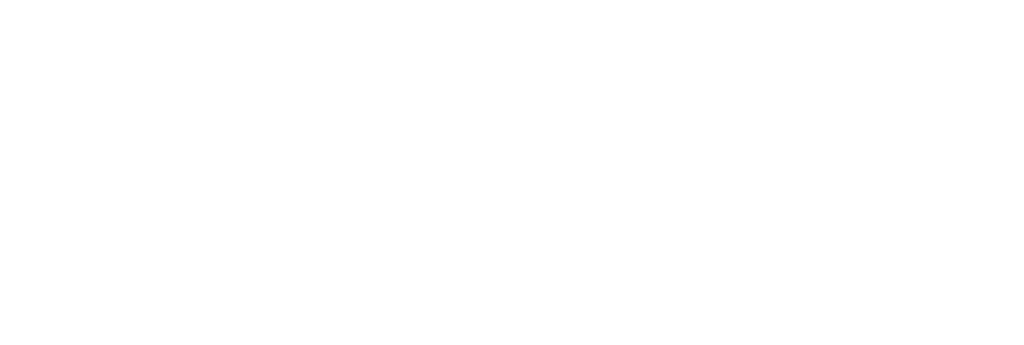
<source format=kicad_pcb>
(kicad_pcb (version 20171130) (host pcbnew "(5.1.8)-1")

  (general
    (thickness 1.6)
    (drawings 37)
    (tracks 0)
    (zones 0)
    (modules 14)
    (nets 1)
  )

  (page A4)
  (layers
    (0 F.Cu signal)
    (31 B.Cu signal)
    (32 B.Adhes user)
    (33 F.Adhes user)
    (34 B.Paste user)
    (35 F.Paste user)
    (36 B.SilkS user)
    (37 F.SilkS user)
    (38 B.Mask user)
    (39 F.Mask user)
    (40 Dwgs.User user)
    (41 Cmts.User user)
    (42 Eco1.User user)
    (43 Eco2.User user)
    (44 Edge.Cuts user)
    (45 Margin user)
    (46 B.CrtYd user)
    (47 F.CrtYd user)
    (48 B.Fab user)
    (49 F.Fab user)
  )

  (setup
    (last_trace_width 0.25)
    (user_trace_width 0.254)
    (user_trace_width 0.508)
    (user_trace_width 0.762)
    (user_trace_width 1.27)
    (user_trace_width 2.54)
    (trace_clearance 0.2)
    (zone_clearance 0.508)
    (zone_45_only no)
    (trace_min 0.2)
    (via_size 0.8)
    (via_drill 0.4)
    (via_min_size 0.4)
    (via_min_drill 0.3)
    (user_via 0.762 0.381)
    (user_via 1.016 0.508)
    (user_via 1.524 0.762)
    (user_via 3.048 1.27)
    (uvia_size 0.3)
    (uvia_drill 0.1)
    (uvias_allowed no)
    (uvia_min_size 0.2)
    (uvia_min_drill 0.1)
    (edge_width 0.05)
    (segment_width 0.2)
    (pcb_text_width 0.3)
    (pcb_text_size 1.5 1.5)
    (mod_edge_width 0.12)
    (mod_text_size 1 1)
    (mod_text_width 0.15)
    (pad_size 1.7 1.7)
    (pad_drill 1)
    (pad_to_mask_clearance 0)
    (aux_axis_origin 0 0)
    (visible_elements 7FFFFFFF)
    (pcbplotparams
      (layerselection 0x010fc_ffffffff)
      (usegerberextensions false)
      (usegerberattributes true)
      (usegerberadvancedattributes true)
      (creategerberjobfile true)
      (excludeedgelayer true)
      (linewidth 0.100000)
      (plotframeref false)
      (viasonmask false)
      (mode 1)
      (useauxorigin false)
      (hpglpennumber 1)
      (hpglpenspeed 20)
      (hpglpendiameter 15.000000)
      (psnegative false)
      (psa4output false)
      (plotreference true)
      (plotvalue true)
      (plotinvisibletext false)
      (padsonsilk false)
      (subtractmaskfromsilk false)
      (outputformat 1)
      (mirror false)
      (drillshape 1)
      (scaleselection 1)
      (outputdirectory ""))
  )

  (net 0 "")

  (net_class Default "This is the default net class."
    (clearance 0.2)
    (trace_width 0.25)
    (via_dia 0.8)
    (via_drill 0.4)
    (uvia_dia 0.3)
    (uvia_drill 0.1)
  )

  (module Modules:SINGLE_SIDED_TAB (layer F.Cu) (tedit 5FE7345B) (tstamp 601B6355)
    (at 199.771 76.327 180)
    (fp_text reference REF** (at 0 0) (layer F.SilkS) hide
      (effects (font (size 1 1) (thickness 0.15)))
    )
    (fp_text value SINGLE_SIDED_TAB (at 0 0) (layer F.Fab) hide
      (effects (font (size 1 1) (thickness 0.15)))
    )
    (fp_line (start 2.25 0) (end 4 0) (layer Cmts.User) (width 2))
    (fp_line (start -2.25 0) (end -4 0) (layer Cmts.User) (width 2))
    (pad "" np_thru_hole circle (at 0 -1.05 180) (size 0.5 0.5) (drill 0.5) (layers *.Cu *.Mask)
      (clearance 1.25))
    (pad "" np_thru_hole circle (at 1 -1.05 180) (size 0.5 0.5) (drill 0.5) (layers *.Cu *.Mask)
      (clearance 1.25))
    (pad "" np_thru_hole circle (at -1 -1.05 180) (size 0.5 0.5) (drill 0.5) (layers *.Cu *.Mask)
      (clearance 1.25))
    (pad "" np_thru_hole circle (at 2 -1.05 180) (size 0.5 0.5) (drill 0.5) (layers *.Cu *.Mask)
      (clearance 1.25))
    (pad "" np_thru_hole circle (at -2 -1.05 180) (size 0.5 0.5) (drill 0.5) (layers *.Cu *.Mask)
      (clearance 1.25))
  )

  (module Modules:SINGLE_SIDED_TAB (layer F.Cu) (tedit 5FE7345B) (tstamp 601B6355)
    (at 188.849 87.0966 270)
    (fp_text reference REF** (at 0 0 90) (layer F.SilkS) hide
      (effects (font (size 1 1) (thickness 0.15)))
    )
    (fp_text value SINGLE_SIDED_TAB (at 0 0 90) (layer F.Fab) hide
      (effects (font (size 1 1) (thickness 0.15)))
    )
    (fp_line (start 2.25 0) (end 4 0) (layer Cmts.User) (width 2))
    (fp_line (start -2.25 0) (end -4 0) (layer Cmts.User) (width 2))
    (pad "" np_thru_hole circle (at 0 -1.05 270) (size 0.5 0.5) (drill 0.5) (layers *.Cu *.Mask)
      (clearance 1.25))
    (pad "" np_thru_hole circle (at 1 -1.05 270) (size 0.5 0.5) (drill 0.5) (layers *.Cu *.Mask)
      (clearance 1.25))
    (pad "" np_thru_hole circle (at -1 -1.05 270) (size 0.5 0.5) (drill 0.5) (layers *.Cu *.Mask)
      (clearance 1.25))
    (pad "" np_thru_hole circle (at 2 -1.05 270) (size 0.5 0.5) (drill 0.5) (layers *.Cu *.Mask)
      (clearance 1.25))
    (pad "" np_thru_hole circle (at -2 -1.05 270) (size 0.5 0.5) (drill 0.5) (layers *.Cu *.Mask)
      (clearance 1.25))
  )

  (module Modules:SINGLE_SIDED_TAB (layer F.Cu) (tedit 5FE7345B) (tstamp 601B6355)
    (at 210.5406 87.1474 90)
    (fp_text reference REF** (at 0 0 90) (layer F.SilkS) hide
      (effects (font (size 1 1) (thickness 0.15)))
    )
    (fp_text value SINGLE_SIDED_TAB (at 0 0 90) (layer F.Fab) hide
      (effects (font (size 1 1) (thickness 0.15)))
    )
    (fp_line (start 2.25 0) (end 4 0) (layer Cmts.User) (width 2))
    (fp_line (start -2.25 0) (end -4 0) (layer Cmts.User) (width 2))
    (pad "" np_thru_hole circle (at 0 -1.05 90) (size 0.5 0.5) (drill 0.5) (layers *.Cu *.Mask)
      (clearance 1.25))
    (pad "" np_thru_hole circle (at 1 -1.05 90) (size 0.5 0.5) (drill 0.5) (layers *.Cu *.Mask)
      (clearance 1.25))
    (pad "" np_thru_hole circle (at -1 -1.05 90) (size 0.5 0.5) (drill 0.5) (layers *.Cu *.Mask)
      (clearance 1.25))
    (pad "" np_thru_hole circle (at 2 -1.05 90) (size 0.5 0.5) (drill 0.5) (layers *.Cu *.Mask)
      (clearance 1.25))
    (pad "" np_thru_hole circle (at -2 -1.05 90) (size 0.5 0.5) (drill 0.5) (layers *.Cu *.Mask)
      (clearance 1.25))
  )

  (module Modules:SINGLE_SIDED_TAB (layer F.Cu) (tedit 5FE7345B) (tstamp 601B6355)
    (at 200.2282 99.441)
    (fp_text reference REF** (at 0 0) (layer F.SilkS) hide
      (effects (font (size 1 1) (thickness 0.15)))
    )
    (fp_text value SINGLE_SIDED_TAB (at 0 0) (layer F.Fab) hide
      (effects (font (size 1 1) (thickness 0.15)))
    )
    (fp_line (start 2.25 0) (end 4 0) (layer Cmts.User) (width 2))
    (fp_line (start -2.25 0) (end -4 0) (layer Cmts.User) (width 2))
    (pad "" np_thru_hole circle (at 0 -1.05) (size 0.5 0.5) (drill 0.5) (layers *.Cu *.Mask)
      (clearance 1.25))
    (pad "" np_thru_hole circle (at 1 -1.05) (size 0.5 0.5) (drill 0.5) (layers *.Cu *.Mask)
      (clearance 1.25))
    (pad "" np_thru_hole circle (at -1 -1.05) (size 0.5 0.5) (drill 0.5) (layers *.Cu *.Mask)
      (clearance 1.25))
    (pad "" np_thru_hole circle (at 2 -1.05) (size 0.5 0.5) (drill 0.5) (layers *.Cu *.Mask)
      (clearance 1.25))
    (pad "" np_thru_hole circle (at -2 -1.05) (size 0.5 0.5) (drill 0.5) (layers *.Cu *.Mask)
      (clearance 1.25))
  )

  (module Modules:SINGLE_SIDED_TAB (layer F.Cu) (tedit 5FE7345B) (tstamp 601B61BB)
    (at 105.6513 84.8487 270)
    (fp_text reference REF** (at 0 0 90) (layer F.SilkS) hide
      (effects (font (size 1 1) (thickness 0.15)))
    )
    (fp_text value SINGLE_SIDED_TAB (at 0 0 90) (layer F.Fab) hide
      (effects (font (size 1 1) (thickness 0.15)))
    )
    (fp_line (start 2.25 0) (end 4 0) (layer Cmts.User) (width 2))
    (fp_line (start -2.25 0) (end -4 0) (layer Cmts.User) (width 2))
    (pad "" np_thru_hole circle (at 0 -1.05 270) (size 0.5 0.5) (drill 0.5) (layers *.Cu *.Mask)
      (clearance 1.25))
    (pad "" np_thru_hole circle (at 1 -1.05 270) (size 0.5 0.5) (drill 0.5) (layers *.Cu *.Mask)
      (clearance 1.25))
    (pad "" np_thru_hole circle (at -1 -1.05 270) (size 0.5 0.5) (drill 0.5) (layers *.Cu *.Mask)
      (clearance 1.25))
    (pad "" np_thru_hole circle (at 2 -1.05 270) (size 0.5 0.5) (drill 0.5) (layers *.Cu *.Mask)
      (clearance 1.25))
    (pad "" np_thru_hole circle (at -2 -1.05 270) (size 0.5 0.5) (drill 0.5) (layers *.Cu *.Mask)
      (clearance 1.25))
  )

  (module Modules:SINGLE_SIDED_TAB (layer F.Cu) (tedit 5FE7345B) (tstamp 601B61BB)
    (at 89.7763 69.6849)
    (fp_text reference REF** (at 0 0) (layer F.SilkS) hide
      (effects (font (size 1 1) (thickness 0.15)))
    )
    (fp_text value SINGLE_SIDED_TAB (at 0 0) (layer F.Fab) hide
      (effects (font (size 1 1) (thickness 0.15)))
    )
    (fp_line (start 2.25 0) (end 4 0) (layer Cmts.User) (width 2))
    (fp_line (start -2.25 0) (end -4 0) (layer Cmts.User) (width 2))
    (pad "" np_thru_hole circle (at 0 -1.05) (size 0.5 0.5) (drill 0.5) (layers *.Cu *.Mask)
      (clearance 1.25))
    (pad "" np_thru_hole circle (at 1 -1.05) (size 0.5 0.5) (drill 0.5) (layers *.Cu *.Mask)
      (clearance 1.25))
    (pad "" np_thru_hole circle (at -1 -1.05) (size 0.5 0.5) (drill 0.5) (layers *.Cu *.Mask)
      (clearance 1.25))
    (pad "" np_thru_hole circle (at 2 -1.05) (size 0.5 0.5) (drill 0.5) (layers *.Cu *.Mask)
      (clearance 1.25))
    (pad "" np_thru_hole circle (at -2 -1.05) (size 0.5 0.5) (drill 0.5) (layers *.Cu *.Mask)
      (clearance 1.25))
  )

  (module Modules:SINGLE_SIDED_TAB (layer F.Cu) (tedit 5FE7345B) (tstamp 601B61BB)
    (at 114.7445 72.9107 180)
    (fp_text reference REF** (at 0 0) (layer F.SilkS) hide
      (effects (font (size 1 1) (thickness 0.15)))
    )
    (fp_text value SINGLE_SIDED_TAB (at 0 0) (layer F.Fab) hide
      (effects (font (size 1 1) (thickness 0.15)))
    )
    (fp_line (start 2.25 0) (end 4 0) (layer Cmts.User) (width 2))
    (fp_line (start -2.25 0) (end -4 0) (layer Cmts.User) (width 2))
    (pad "" np_thru_hole circle (at 0 -1.05 180) (size 0.5 0.5) (drill 0.5) (layers *.Cu *.Mask)
      (clearance 1.25))
    (pad "" np_thru_hole circle (at 1 -1.05 180) (size 0.5 0.5) (drill 0.5) (layers *.Cu *.Mask)
      (clearance 1.25))
    (pad "" np_thru_hole circle (at -1 -1.05 180) (size 0.5 0.5) (drill 0.5) (layers *.Cu *.Mask)
      (clearance 1.25))
    (pad "" np_thru_hole circle (at 2 -1.05 180) (size 0.5 0.5) (drill 0.5) (layers *.Cu *.Mask)
      (clearance 1.25))
    (pad "" np_thru_hole circle (at -2 -1.05 180) (size 0.5 0.5) (drill 0.5) (layers *.Cu *.Mask)
      (clearance 1.25))
  )

  (module Modules:SINGLE_SIDED_TAB (layer F.Cu) (tedit 5FE7345B) (tstamp 601B619A)
    (at 124.2822 84.8868 90)
    (fp_text reference REF** (at 0 0 90) (layer F.SilkS) hide
      (effects (font (size 1 1) (thickness 0.15)))
    )
    (fp_text value SINGLE_SIDED_TAB (at 0 0 90) (layer F.Fab) hide
      (effects (font (size 1 1) (thickness 0.15)))
    )
    (fp_line (start 2.25 0) (end 4 0) (layer Cmts.User) (width 2))
    (fp_line (start -2.25 0) (end -4 0) (layer Cmts.User) (width 2))
    (pad "" np_thru_hole circle (at 0 -1.05 90) (size 0.5 0.5) (drill 0.5) (layers *.Cu *.Mask)
      (clearance 1.25))
    (pad "" np_thru_hole circle (at 1 -1.05 90) (size 0.5 0.5) (drill 0.5) (layers *.Cu *.Mask)
      (clearance 1.25))
    (pad "" np_thru_hole circle (at -1 -1.05 90) (size 0.5 0.5) (drill 0.5) (layers *.Cu *.Mask)
      (clearance 1.25))
    (pad "" np_thru_hole circle (at 2 -1.05 90) (size 0.5 0.5) (drill 0.5) (layers *.Cu *.Mask)
      (clearance 1.25))
    (pad "" np_thru_hole circle (at -2 -1.05 90) (size 0.5 0.5) (drill 0.5) (layers *.Cu *.Mask)
      (clearance 1.25))
  )

  (module Modules:SINGLE_SIDED_TAB (layer F.Cu) (tedit 5FE7345B) (tstamp 601B616B)
    (at 114.9604 97.8408)
    (fp_text reference REF** (at 0 0) (layer F.SilkS) hide
      (effects (font (size 1 1) (thickness 0.15)))
    )
    (fp_text value SINGLE_SIDED_TAB (at 0 0) (layer F.Fab) hide
      (effects (font (size 1 1) (thickness 0.15)))
    )
    (fp_line (start 2.25 0) (end 4 0) (layer Cmts.User) (width 2))
    (fp_line (start -2.25 0) (end -4 0) (layer Cmts.User) (width 2))
    (pad "" np_thru_hole circle (at 0 -1.05) (size 0.5 0.5) (drill 0.5) (layers *.Cu *.Mask)
      (clearance 1.25))
    (pad "" np_thru_hole circle (at 1 -1.05) (size 0.5 0.5) (drill 0.5) (layers *.Cu *.Mask)
      (clearance 1.25))
    (pad "" np_thru_hole circle (at -1 -1.05) (size 0.5 0.5) (drill 0.5) (layers *.Cu *.Mask)
      (clearance 1.25))
    (pad "" np_thru_hole circle (at 2 -1.05) (size 0.5 0.5) (drill 0.5) (layers *.Cu *.Mask)
      (clearance 1.25))
    (pad "" np_thru_hole circle (at -2 -1.05) (size 0.5 0.5) (drill 0.5) (layers *.Cu *.Mask)
      (clearance 1.25))
  )

  (module Modules:SINGLE_SIDED_TAB (layer F.Cu) (tedit 5FE7345B) (tstamp 601B5F70)
    (at 133.8834 85.7758 270)
    (fp_text reference REF** (at 0 0 90) (layer F.SilkS) hide
      (effects (font (size 1 1) (thickness 0.15)))
    )
    (fp_text value SINGLE_SIDED_TAB (at 0 0 90) (layer F.Fab) hide
      (effects (font (size 1 1) (thickness 0.15)))
    )
    (fp_line (start 2.25 0) (end 4 0) (layer Cmts.User) (width 2))
    (fp_line (start -2.25 0) (end -4 0) (layer Cmts.User) (width 2))
    (pad "" np_thru_hole circle (at 0 -1.05 270) (size 0.5 0.5) (drill 0.5) (layers *.Cu *.Mask)
      (clearance 1.25))
    (pad "" np_thru_hole circle (at 1 -1.05 270) (size 0.5 0.5) (drill 0.5) (layers *.Cu *.Mask)
      (clearance 1.25))
    (pad "" np_thru_hole circle (at -1 -1.05 270) (size 0.5 0.5) (drill 0.5) (layers *.Cu *.Mask)
      (clearance 1.25))
    (pad "" np_thru_hole circle (at 2 -1.05 270) (size 0.5 0.5) (drill 0.5) (layers *.Cu *.Mask)
      (clearance 1.25))
    (pad "" np_thru_hole circle (at -2 -1.05 270) (size 0.5 0.5) (drill 0.5) (layers *.Cu *.Mask)
      (clearance 1.25))
  )

  (module Modules:SINGLE_SIDED_TAB (layer F.Cu) (tedit 5FE7345B) (tstamp 601B5F70)
    (at 156.9974 69.7738 180)
    (fp_text reference REF** (at 0 0) (layer F.SilkS) hide
      (effects (font (size 1 1) (thickness 0.15)))
    )
    (fp_text value SINGLE_SIDED_TAB (at 0 0) (layer F.Fab) hide
      (effects (font (size 1 1) (thickness 0.15)))
    )
    (fp_line (start 2.25 0) (end 4 0) (layer Cmts.User) (width 2))
    (fp_line (start -2.25 0) (end -4 0) (layer Cmts.User) (width 2))
    (pad "" np_thru_hole circle (at 0 -1.05 180) (size 0.5 0.5) (drill 0.5) (layers *.Cu *.Mask)
      (clearance 1.25))
    (pad "" np_thru_hole circle (at 1 -1.05 180) (size 0.5 0.5) (drill 0.5) (layers *.Cu *.Mask)
      (clearance 1.25))
    (pad "" np_thru_hole circle (at -1 -1.05 180) (size 0.5 0.5) (drill 0.5) (layers *.Cu *.Mask)
      (clearance 1.25))
    (pad "" np_thru_hole circle (at 2 -1.05 180) (size 0.5 0.5) (drill 0.5) (layers *.Cu *.Mask)
      (clearance 1.25))
    (pad "" np_thru_hole circle (at -2 -1.05 180) (size 0.5 0.5) (drill 0.5) (layers *.Cu *.Mask)
      (clearance 1.25))
  )

  (module Modules:SINGLE_SIDED_TAB (layer F.Cu) (tedit 5FE7345B) (tstamp 601B5F70)
    (at 178.4604 87.4268 90)
    (fp_text reference REF** (at 0 0 90) (layer F.SilkS) hide
      (effects (font (size 1 1) (thickness 0.15)))
    )
    (fp_text value SINGLE_SIDED_TAB (at 0 0 90) (layer F.Fab) hide
      (effects (font (size 1 1) (thickness 0.15)))
    )
    (fp_line (start 2.25 0) (end 4 0) (layer Cmts.User) (width 2))
    (fp_line (start -2.25 0) (end -4 0) (layer Cmts.User) (width 2))
    (pad "" np_thru_hole circle (at 0 -1.05 90) (size 0.5 0.5) (drill 0.5) (layers *.Cu *.Mask)
      (clearance 1.25))
    (pad "" np_thru_hole circle (at 1 -1.05 90) (size 0.5 0.5) (drill 0.5) (layers *.Cu *.Mask)
      (clearance 1.25))
    (pad "" np_thru_hole circle (at -1 -1.05 90) (size 0.5 0.5) (drill 0.5) (layers *.Cu *.Mask)
      (clearance 1.25))
    (pad "" np_thru_hole circle (at 2 -1.05 90) (size 0.5 0.5) (drill 0.5) (layers *.Cu *.Mask)
      (clearance 1.25))
    (pad "" np_thru_hole circle (at -2 -1.05 90) (size 0.5 0.5) (drill 0.5) (layers *.Cu *.Mask)
      (clearance 1.25))
  )

  (module Modules:SINGLE_SIDED_TAB (layer F.Cu) (tedit 5FE7345B) (tstamp 601B5F70)
    (at 156.4894 104.8258)
    (fp_text reference REF** (at 0 0) (layer F.SilkS) hide
      (effects (font (size 1 1) (thickness 0.15)))
    )
    (fp_text value SINGLE_SIDED_TAB (at 0 0) (layer F.Fab) hide
      (effects (font (size 1 1) (thickness 0.15)))
    )
    (fp_line (start 2.25 0) (end 4 0) (layer Cmts.User) (width 2))
    (fp_line (start -2.25 0) (end -4 0) (layer Cmts.User) (width 2))
    (pad "" np_thru_hole circle (at 0 -1.05) (size 0.5 0.5) (drill 0.5) (layers *.Cu *.Mask)
      (clearance 1.25))
    (pad "" np_thru_hole circle (at 1 -1.05) (size 0.5 0.5) (drill 0.5) (layers *.Cu *.Mask)
      (clearance 1.25))
    (pad "" np_thru_hole circle (at -1 -1.05) (size 0.5 0.5) (drill 0.5) (layers *.Cu *.Mask)
      (clearance 1.25))
    (pad "" np_thru_hole circle (at 2 -1.05) (size 0.5 0.5) (drill 0.5) (layers *.Cu *.Mask)
      (clearance 1.25))
    (pad "" np_thru_hole circle (at -2 -1.05) (size 0.5 0.5) (drill 0.5) (layers *.Cu *.Mask)
      (clearance 1.25))
  )

  (module Modules:SINGLE_SIDED_TAB (layer F.Cu) (tedit 5FE7345B) (tstamp 601B5F6F)
    (at 119.6594 110.1598)
    (fp_text reference REF** (at 0 0) (layer F.SilkS) hide
      (effects (font (size 1 1) (thickness 0.15)))
    )
    (fp_text value SINGLE_SIDED_TAB (at 0 0) (layer F.Fab) hide
      (effects (font (size 1 1) (thickness 0.15)))
    )
    (fp_line (start 2.25 0) (end 4 0) (layer Cmts.User) (width 2))
    (fp_line (start -2.25 0) (end -4 0) (layer Cmts.User) (width 2))
    (pad "" np_thru_hole circle (at -2 -1.05) (size 0.5 0.5) (drill 0.5) (layers *.Cu *.Mask)
      (clearance 1.25))
    (pad "" np_thru_hole circle (at 2 -1.05) (size 0.5 0.5) (drill 0.5) (layers *.Cu *.Mask)
      (clearance 1.25))
    (pad "" np_thru_hole circle (at -1 -1.05) (size 0.5 0.5) (drill 0.5) (layers *.Cu *.Mask)
      (clearance 1.25))
    (pad "" np_thru_hole circle (at 1 -1.05) (size 0.5 0.5) (drill 0.5) (layers *.Cu *.Mask)
      (clearance 1.25))
    (pad "" np_thru_hole circle (at 0 -1.05) (size 0.5 0.5) (drill 0.5) (layers *.Cu *.Mask)
      (clearance 1.25))
  )

  (gr_line (start 210.4644 99.4664) (end 210.5152 91.44) (layer Cmts.User) (width 2) (tstamp 601B6427))
  (gr_line (start 203.4032 99.4156) (end 210.4644 99.4156) (layer Cmts.User) (width 2) (tstamp 601B6426))
  (gr_line (start 188.7728 99.4156) (end 195.4784 99.4664) (layer Cmts.User) (width 2) (tstamp 601B6427))
  (gr_line (start 188.8744 91.1352) (end 188.8236 99.4156) (layer Cmts.User) (width 2) (tstamp 601B6426))
  (gr_line (start 188.8744 76.3016) (end 188.8236 83.0072) (layer Cmts.User) (width 2) (tstamp 601B6427))
  (gr_line (start 195.9356 76.3524) (end 188.8744 76.3524) (layer Cmts.User) (width 2) (tstamp 601B6426))
  (gr_line (start 210.566 76.3524) (end 203.8604 76.3016) (layer Cmts.User) (width 2))
  (gr_line (start 210.5152 83.4136) (end 210.5152 76.3524) (layer Cmts.User) (width 2))
  (gr_line (start 105.6132 72.898) (end 112.014 72.898) (layer Cmts.User) (width 1.999996) (tstamp 601B6261))
  (gr_line (start 105.664 81.0768) (end 105.664 72.9996) (layer Cmts.User) (width 1.999996) (tstamp 601B6260))
  (gr_line (start 124.3584 97.8916) (end 117.602 97.8408) (layer Cmts.User) (width 1.999996) (tstamp 601B6261))
  (gr_line (start 124.3076 89.0016) (end 124.3076 97.79) (layer Cmts.User) (width 1.999996) (tstamp 601B6260))
  (gr_line (start 105.6132 97.8916) (end 105.664 89.2048) (layer Cmts.User) (width 1.999996) (tstamp 601B6261))
  (gr_line (start 112.4204 97.8408) (end 105.7148 97.8408) (layer Cmts.User) (width 1.999996) (tstamp 601B6260))
  (gr_line (start 124.3076 72.8472) (end 124.2822 80.8868) (layer Cmts.User) (width 1.999996))
  (gr_line (start 116.9945 72.9107) (end 124.206 72.898) (layer Cmts.User) (width 1.999996))
  (gr_line (start 134.0104 69.7738) (end 152.9334 69.7738) (layer Cmts.User) (width 1.999996))
  (gr_line (start 133.8834 81.7758) (end 133.8834 69.6468) (layer Cmts.User) (width 1.999996))
  (gr_line (start 133.8834 104.8258) (end 154.2394 104.8258) (layer Cmts.User) (width 1.999996))
  (gr_line (start 133.8834 89.7758) (end 133.8834 104.8258) (layer Cmts.User) (width 1.999996))
  (gr_line (start 160.4894 104.8258) (end 178.4604 104.8258) (layer Cmts.User) (width 1.999996) (tstamp 601B605E))
  (gr_line (start 178.4604 91.4268) (end 178.4604 104.8258) (layer Cmts.User) (width 1.999996))
  (gr_line (start 178.4604 69.7738) (end 178.4604 83.4268) (layer Cmts.User) (width 1.999996))
  (gr_line (start 159.2474 69.7738) (end 178.5874 69.7738) (layer Cmts.User) (width 1.999996))
  (gr_line (start 177.4444 103.8098) (end 177.4444 71.4248) (layer Dwgs.User) (width 0.15))
  (gr_line (start 177.4444 71.4248) (end 177.4444 70.7898) (layer Dwgs.User) (width 0.15))
  (gr_line (start 177.4444 70.7898) (end 134.8994 70.7898) (layer Dwgs.User) (width 0.15) (tstamp 5FF8C7F6))
  (gr_line (start 134.8994 103.8098) (end 177.4444 103.8098) (layer Dwgs.User) (width 0.15))
  (gr_line (start 134.8994 70.7898) (end 134.8994 103.8098) (layer Dwgs.User) (width 0.15))
  (gr_line (start 123.2154 73.9648) (end 106.7054 73.9648) (layer Dwgs.User) (width 0.15) (tstamp 600F21D3))
  (gr_line (start 123.2154 96.8248) (end 123.2154 73.9648) (layer Dwgs.User) (width 0.15))
  (gr_line (start 106.7054 96.8248) (end 123.2154 96.8248) (layer Dwgs.User) (width 0.15))
  (gr_line (start 106.7054 73.9648) (end 106.7054 96.8248) (layer Dwgs.User) (width 0.15))
  (gr_line (start 189.865 98.3742) (end 189.865 77.4192) (layer Dwgs.User) (width 0.15) (tstamp 600F20F5))
  (gr_line (start 209.4484 98.3742) (end 189.865 98.3742) (layer Dwgs.User) (width 0.15))
  (gr_line (start 209.4484 77.4192) (end 209.4484 98.3742) (layer Dwgs.User) (width 0.15))
  (gr_line (start 189.865 77.4192) (end 209.4484 77.4192) (layer Dwgs.User) (width 0.15))

)

</source>
